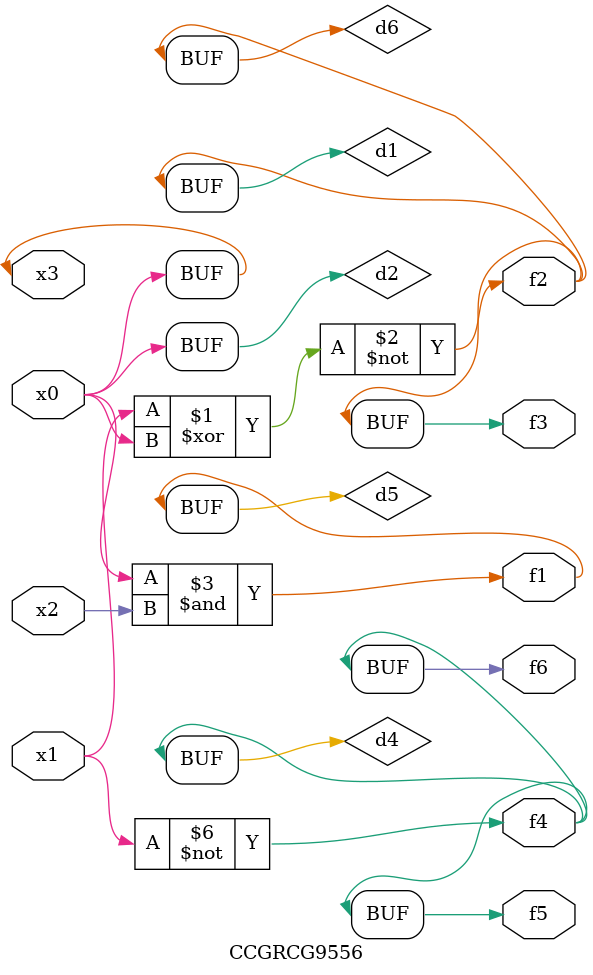
<source format=v>
module CCGRCG9556(
	input x0, x1, x2, x3,
	output f1, f2, f3, f4, f5, f6
);

	wire d1, d2, d3, d4, d5, d6;

	xnor (d1, x1, x3);
	buf (d2, x0, x3);
	nand (d3, x0, x2);
	not (d4, x1);
	nand (d5, d3);
	or (d6, d1);
	assign f1 = d5;
	assign f2 = d6;
	assign f3 = d6;
	assign f4 = d4;
	assign f5 = d4;
	assign f6 = d4;
endmodule

</source>
